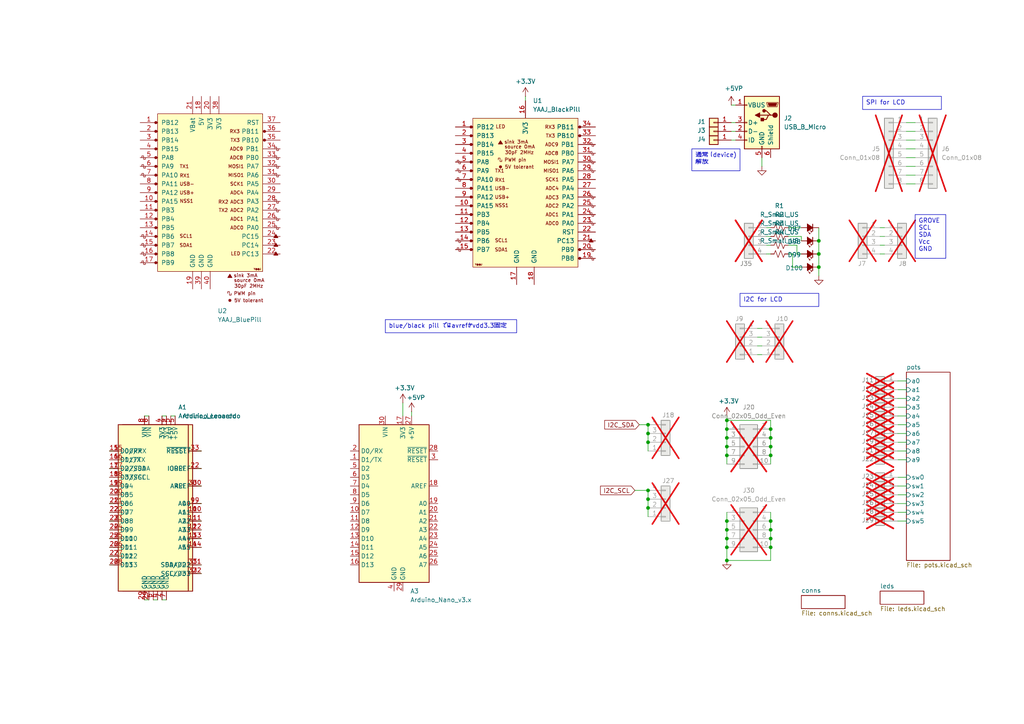
<source format=kicad_sch>
(kicad_sch (version 20250114) (generator "eeschema") (generator_version "9.0")
  (paper "A4")
  (lib_symbols
    (symbol "Connector:USB_B_Micro" (pin_names (offset 1.016))
      (property "Reference" "J" (at -5.08 11.43 0))
      (property "Value" "USB_B_Micro" (at -5.08 8.89 0))
      (symbol "USB_B_Micro_1_1"
        (pin passive line (at -2.54 -10.16 90) (length 2.54) (name "Shield") (number "6"))
        (pin power_out line (at 0 -10.16 90) (length 2.54) (name "GND") (number "5"))
        (pin power_out line (at 7.62 5.08 180) (length 2.54) (name "VBUS") (number "1"))
        (pin bidirectional line (at 7.62 0 180) (length 2.54) (name "D+") (number "3"))
        (pin bidirectional line (at 7.62 -2.54 180) (length 2.54) (name "D-") (number "2"))
        (pin passive line (at 7.62 -5.08 180) (length 2.54) (name "ID") (number "4"))
      )
    )
    (symbol "Connector_Generic:Conn_01x01" (pin_names (offset 1.016) (hide yes))
      (property "Reference" "J" (at 0 2.54 0))
      (property "Value" "Conn_01x01" (at 0 -2.54 0))
      (symbol "Conn_01x01_1_1"
        (pin passive line (at -5.08 0 0) (length 3.81) (name "Pin_1") (number "1"))
      )
    )
    (symbol "Connector_Generic:Conn_01x04" (pin_names (offset 1.016) (hide yes))
      (property "Reference" "J" (at 0 5.08 0))
      (property "Value" "Conn_01x04" (at 0 -7.62 0))
      (symbol "Conn_01x04_1_1"
        (pin passive line (at -5.08 2.54 0) (length 3.81) (name "Pin_1") (number "1"))
        (pin passive line (at -5.08 0 0) (length 3.81) (name "Pin_2") (number "2"))
        (pin passive line (at -5.08 -2.54 0) (length 3.81) (name "Pin_3") (number "3"))
        (pin passive line (at -5.08 -5.08 0) (length 3.81) (name "Pin_4") (number "4"))
      )
    )
    (symbol "Connector_Generic:Conn_01x08" (pin_names (offset 1.016) (hide yes))
      (property "Reference" "J" (at 0 10.16 0))
      (property "Value" "Conn_01x08" (at 0 -12.7 0))
      (symbol "Conn_01x08_1_1"
        (pin passive line (at -5.08 7.62 0) (length 3.81) (name "Pin_1") (number "1"))
        (pin passive line (at -5.08 5.08 0) (length 3.81) (name "Pin_2") (number "2"))
        (pin passive line (at -5.08 2.54 0) (length 3.81) (name "Pin_3") (number "3"))
        (pin passive line (at -5.08 0 0) (length 3.81) (name "Pin_4") (number "4"))
        (pin passive line (at -5.08 -2.54 0) (length 3.81) (name "Pin_5") (number "5"))
        (pin passive line (at -5.08 -5.08 0) (length 3.81) (name "Pin_6") (number "6"))
        (pin passive line (at -5.08 -7.62 0) (length 3.81) (name "Pin_7") (number "7"))
        (pin passive line (at -5.08 -10.16 0) (length 3.81) (name "Pin_8") (number "8"))
      )
    )
    (symbol "Connector_Generic:Conn_02x05_Odd_Even" (pin_names (offset 1.016) (hide yes))
      (property "Reference" "J" (at 1.27 7.62 0))
      (property "Value" "Conn_02x05_Odd_Even" (at 1.27 -7.62 0))
      (symbol "Conn_02x05_Odd_Even_1_1"
        (pin passive line (at -5.08 5.08 0) (length 3.81) (name "Pin_1") (number "1"))
        (pin passive line (at -5.08 2.54 0) (length 3.81) (name "Pin_3") (number "3"))
        (pin passive line (at -5.08 0 0) (length 3.81) (name "Pin_5") (number "5"))
        (pin passive line (at -5.08 -2.54 0) (length 3.81) (name "Pin_7") (number "7"))
        (pin passive line (at -5.08 -5.08 0) (length 3.81) (name "Pin_9") (number "9"))
        (pin passive line (at 7.62 5.08 180) (length 3.81) (name "Pin_2") (number "2"))
        (pin passive line (at 7.62 2.54 180) (length 3.81) (name "Pin_4") (number "4"))
        (pin passive line (at 7.62 0 180) (length 3.81) (name "Pin_6") (number "6"))
        (pin passive line (at 7.62 -2.54 180) (length 3.81) (name "Pin_8") (number "8"))
        (pin passive line (at 7.62 -5.08 180) (length 3.81) (name "Pin_10") (number "10"))
      )
    )
    (symbol "Device:LED_Small_Filled" (pin_numbers (hide yes)) (pin_names (offset 0.254) (hide yes))
      (property "Reference" "D" (at -1.27 3.175 0))
      (property "Value" "LED_Small_Filled" (at -4.445 -2.54 0))
      (symbol "LED_Small_Filled_1_1"
        (pin passive line (at -2.54 0 0) (length 1.778) (name "K") (number "1"))
        (pin passive line (at 2.54 0 180) (length 1.778) (name "A") (number "2"))
      )
    )
    (symbol "Device:R_Small_US" (pin_numbers (hide yes)) (pin_names (offset 0.254) (hide yes))
      (property "Reference" "R" (at 0.762 0.508 0))
      (property "Value" "R_Small_US" (at 0.762 -1.016 0))
      (symbol "R_Small_US_1_1"
        (pin passive line (at 0 2.54 270) (length 1.016) (name "~") (number "1"))
        (pin passive line (at 0 -2.54 90) (length 1.016) (name "~") (number "2"))
      )
    )
    (symbol "MCU_Module:Arduino_Leonardo"
      (property "Reference" "A" (at -10.16 23.495 0))
      (property "Value" "Arduino_Leonardo" (at 5.08 -26.67 0))
      (symbol "Arduino_Leonardo_1_1"
        (pin bidirectional line (at -12.7 15.24 0) (length 2.54) (name "D0/RX") (number "15"))
        (pin bidirectional line (at -12.7 12.7 0) (length 2.54) (name "D1/TX") (number "16"))
        (pin bidirectional line (at -12.7 10.16 0) (length 2.54) (name "D2/SDA") (number "17"))
        (pin bidirectional line (at -12.7 7.62 0) (length 2.54) (name "D3/SCL") (number "18"))
        (pin bidirectional line (at -12.7 5.08 0) (length 2.54) (name "D4") (number "19"))
        (pin bidirectional line (at -12.7 2.54 0) (length 2.54) (name "D5") (number "20"))
        (pin bidirectional line (at -12.7 0 0) (length 2.54) (name "D6") (number "21"))
        (pin bidirectional line (at -12.7 -2.54 0) (length 2.54) (name "D7") (number "22"))
        (pin bidirectional line (at -12.7 -5.08 0) (length 2.54) (name "D8") (number "23"))
        (pin bidirectional line (at -12.7 -7.62 0) (length 2.54) (name "D9") (number "24"))
        (pin bidirectional line (at -12.7 -10.16 0) (length 2.54) (name "D10") (number "25"))
        (pin bidirectional line (at -12.7 -12.7 0) (length 2.54) (name "D11") (number "26"))
        (pin bidirectional line (at -12.7 -15.24 0) (length 2.54) (name "D12") (number "27"))
        (pin bidirectional line (at -12.7 -17.78 0) (length 2.54) (name "D13") (number "28"))
        (pin no_connect line (at -10.16 -20.32 0) (length 2.54) (hide yes) (name "NC") (number "1"))
        (pin power_in line (at -2.54 25.4 270) (length 2.54) (name "VIN") (number "8"))
        (pin power_in line (at -2.54 -27.94 90) (length 2.54) (name "GND") (number "29"))
        (pin power_in line (at 0 -27.94 90) (length 2.54) (name "GND") (number "6"))
        (pin power_out line (at 2.54 25.4 270) (length 2.54) (name "3V3") (number "4"))
        (pin power_in line (at 2.54 -27.94 90) (length 2.54) (name "GND") (number "7"))
        (pin power_out line (at 5.08 25.4 270) (length 2.54) (name "+5V") (number "5"))
        (pin input line (at 12.7 15.24 180) (length 2.54) (name "~{RESET}") (number "3"))
        (pin output line (at 12.7 10.16 180) (length 2.54) (name "IOREF") (number "2"))
        (pin input line (at 12.7 5.08 180) (length 2.54) (name "AREF") (number "30"))
        (pin bidirectional line (at 12.7 0 180) (length 2.54) (name "A0") (number "9"))
        (pin bidirectional line (at 12.7 -2.54 180) (length 2.54) (name "A1") (number "10"))
        (pin bidirectional line (at 12.7 -5.08 180) (length 2.54) (name "A2") (number "11"))
        (pin bidirectional line (at 12.7 -7.62 180) (length 2.54) (name "A3") (number "12"))
        (pin bidirectional line (at 12.7 -10.16 180) (length 2.54) (name "A4") (number "13"))
        (pin bidirectional line (at 12.7 -12.7 180) (length 2.54) (name "A5") (number "14"))
        (pin bidirectional line (at 12.7 -17.78 180) (length 2.54) (name "SDA/D2") (number "31"))
        (pin bidirectional line (at 12.7 -20.32 180) (length 2.54) (name "SCL/D3") (number "32"))
      )
    )
    (symbol "MCU_Module:Arduino_Nano_v3.x"
      (property "Reference" "A" (at -10.16 23.495 0))
      (property "Value" "Arduino_Nano_v3.x" (at 5.08 -24.13 0))
      (symbol "Arduino_Nano_v3.x_1_1"
        (pin bidirectional line (at -12.7 15.24 0) (length 2.54) (name "D0/RX") (number "2"))
        (pin bidirectional line (at -12.7 12.7 0) (length 2.54) (name "D1/TX") (number "1"))
        (pin bidirectional line (at -12.7 10.16 0) (length 2.54) (name "D2") (number "5"))
        (pin bidirectional line (at -12.7 7.62 0) (length 2.54) (name "D3") (number "6"))
        (pin bidirectional line (at -12.7 5.08 0) (length 2.54) (name "D4") (number "7"))
        (pin bidirectional line (at -12.7 2.54 0) (length 2.54) (name "D5") (number "8"))
        (pin bidirectional line (at -12.7 0 0) (length 2.54) (name "D6") (number "9"))
        (pin bidirectional line (at -12.7 -2.54 0) (length 2.54) (name "D7") (number "10"))
        (pin bidirectional line (at -12.7 -5.08 0) (length 2.54) (name "D8") (number "11"))
        (pin bidirectional line (at -12.7 -7.62 0) (length 2.54) (name "D9") (number "12"))
        (pin bidirectional line (at -12.7 -10.16 0) (length 2.54) (name "D10") (number "13"))
        (pin bidirectional line (at -12.7 -12.7 0) (length 2.54) (name "D11") (number "14"))
        (pin bidirectional line (at -12.7 -15.24 0) (length 2.54) (name "D12") (number "15"))
        (pin bidirectional line (at -12.7 -17.78 0) (length 2.54) (name "D13") (number "16"))
        (pin power_in line (at -2.54 25.4 270) (length 2.54) (name "VIN") (number "30"))
        (pin power_in line (at 0 -25.4 90) (length 2.54) (name "GND") (number "4"))
        (pin power_out line (at 2.54 25.4 270) (length 2.54) (name "3V3") (number "17"))
        (pin power_in line (at 2.54 -25.4 90) (length 2.54) (name "GND") (number "29"))
        (pin power_out line (at 5.08 25.4 270) (length 2.54) (name "+5V") (number "27"))
        (pin input line (at 12.7 15.24 180) (length 2.54) (name "~{RESET}") (number "28"))
        (pin input line (at 12.7 12.7 180) (length 2.54) (name "~{RESET}") (number "3"))
        (pin input line (at 12.7 5.08 180) (length 2.54) (name "AREF") (number "18"))
        (pin bidirectional line (at 12.7 0 180) (length 2.54) (name "A0") (number "19"))
        (pin bidirectional line (at 12.7 -2.54 180) (length 2.54) (name "A1") (number "20"))
        (pin bidirectional line (at 12.7 -5.08 180) (length 2.54) (name "A2") (number "21"))
        (pin bidirectional line (at 12.7 -7.62 180) (length 2.54) (name "A3") (number "22"))
        (pin bidirectional line (at 12.7 -10.16 180) (length 2.54) (name "A4") (number "23"))
        (pin bidirectional line (at 12.7 -12.7 180) (length 2.54) (name "A5") (number "24"))
        (pin bidirectional line (at 12.7 -15.24 180) (length 2.54) (name "A6") (number "25"))
        (pin bidirectional line (at 12.7 -17.78 180) (length 2.54) (name "A7") (number "26"))
      )
    )
    (symbol "YAAJ_BlackPill:YAAJ_BlackPill" (pin_names (offset 1.016))
      (property "Reference" "U" (at -12.7 22.86 0))
      (property "Value" "YAAJ_BlackPill" (at 0 -5.08 90))
      (symbol "YAAJ_BlackPill_0_0"
        (text "Y@@J" (at -13.589 -22.098 0) (effects (font (size 0.508 0.508))))
        (text "TX1" (at -7.493 5.08 0) (effects (font (size 0.9906 0.9906))))
        (text "RX1" (at -7.366 2.413 0) (effects (font (size 0.9906 0.9906))))
        (text "LED" (at -7.239 17.907 0) (effects (font (size 0.9906 0.9906))))
        (text "SCL1" (at -6.985 -15.113 0) (effects (font (size 0.9906 0.9906))))
        (text "SDA1" (at -6.985 -17.78 0) (effects (font (size 0.9906 0.9906))))
        (text "NSS1" (at -6.858 -4.953 0) (effects (font (size 0.9906 0.9906))))
        (text "USB-" (at -6.731 0 0) (effects (font (size 0.9906 0.9906))))
        (text "USB+" (at -6.731 -2.54 0) (effects (font (size 0.9906 0.9906))))
        (text "PWM pin" (at -2.921 8.255 0) (effects (font (size 0.9906 0.9906))))
        (text "sink 3mA" (at -2.667 13.462 0) (effects (font (size 0.9906 0.9906))))
        (text "30pF 2MHz" (at -1.778 10.414 0) (effects (font (size 0.9906 0.9906))))
        (text "5V tolerant" (at -1.778 6.223 0) (effects (font (size 0.9906 0.9906))))
        (text "source 0mA" (at -1.651 12.065 0) (effects (font (size 0.9906 0.9906))))
        (text "RX3" (at 7.112 17.78 0) (effects (font (size 0.9906 0.9906))))
        (text "TX3" (at 7.239 15.24 0) (effects (font (size 0.9906 0.9906))))
        (text "MOSI1" (at 7.493 7.62 0) (effects (font (size 0.9906 0.9906))))
        (text "MISO1" (at 7.493 5.08 0) (effects (font (size 0.9906 0.9906))))
        (text "ADC9" (at 7.62 12.7 0) (effects (font (size 0.9906 0.9906))))
        (text "ADC8" (at 7.62 10.16 0) (effects (font (size 0.9906 0.9906))))
        (text "SCK1" (at 7.747 2.54 0) (effects (font (size 0.9906 0.9906))))
        (text "ADC4" (at 7.747 0 0) (effects (font (size 0.9906 0.9906))))
        (text "ADC3" (at 7.747 -2.667 0) (effects (font (size 0.9906 0.9906))))
        (text "ADC2" (at 7.747 -5.08 0) (effects (font (size 0.9906 0.9906))))
        (text "ADC1" (at 7.747 -7.62 0) (effects (font (size 0.9906 0.9906))))
        (text "ADC0" (at 7.747 -10.16 0) (effects (font (size 0.9906 0.9906))))
      )
      (symbol "YAAJ_BlackPill_1_1"
        (pin bidirectional line (at -20.32 17.78 0) (length 5.08) (name "PB12") (number "1"))
        (pin bidirectional line (at -20.32 15.24 0) (length 5.08) (name "PB13") (number "2"))
        (pin bidirectional line (at -20.32 12.7 0) (length 5.08) (name "PB14") (number "3"))
        (pin bidirectional line (at -20.32 10.16 0) (length 5.08) (name "PB15") (number "4"))
        (pin bidirectional line (at -20.32 7.62 0) (length 5.08) (name "PA8") (number "5"))
        (pin bidirectional line (at -20.32 5.08 0) (length 5.08) (name "PA9") (number "6"))
        (pin bidirectional line (at -20.32 2.54 0) (length 5.08) (name "PA10") (number "7"))
        (pin bidirectional line (at -20.32 0 0) (length 5.08) (name "PA11") (number "8"))
        (pin bidirectional line (at -20.32 -2.54 0) (length 5.08) (name "PA12") (number "9"))
        (pin bidirectional line (at -20.32 -5.08 0) (length 5.08) (name "PA15") (number "10"))
        (pin bidirectional line (at -20.32 -7.62 0) (length 5.08) (name "PB3") (number "11"))
        (pin bidirectional line (at -20.32 -10.16 0) (length 5.08) (name "PB4") (number "12"))
        (pin bidirectional line (at -20.32 -12.7 0) (length 5.08) (name "PB5") (number "13"))
        (pin bidirectional line (at -20.32 -15.24 0) (length 5.08) (name "PB6") (number "14"))
        (pin bidirectional line (at -20.32 -17.78 0) (length 5.08) (name "PB7") (number "15"))
        (pin power_in line (at -2.54 -27.94 90) (length 5.08) (name "GND") (number "17"))
        (pin power_in line (at 0 25.4 270) (length 5.08) (name "3V3") (number "16"))
        (pin power_in line (at 2.54 -27.94 90) (length 5.08) (name "GND") (number "18"))
        (pin bidirectional line (at 20.32 17.78 180) (length 5.08) (name "PB11") (number "34"))
        (pin bidirectional line (at 20.32 15.24 180) (length 5.08) (name "PB10") (number "33"))
        (pin bidirectional line (at 20.32 12.7 180) (length 5.08) (name "PB1") (number "32"))
        (pin bidirectional line (at 20.32 10.16 180) (length 5.08) (name "PB0") (number "31"))
        (pin bidirectional line (at 20.32 7.62 180) (length 5.08) (name "PA7") (number "30"))
        (pin bidirectional line (at 20.32 5.08 180) (length 5.08) (name "PA6") (number "29"))
        (pin bidirectional line (at 20.32 2.54 180) (length 5.08) (name "PA5") (number "28"))
        (pin bidirectional line (at 20.32 0 180) (length 5.08) (name "PA4") (number "27"))
        (pin bidirectional line (at 20.32 -2.54 180) (length 5.08) (name "PA3") (number "26"))
        (pin bidirectional line (at 20.32 -5.08 180) (length 5.08) (name "PA2") (number "25"))
        (pin bidirectional line (at 20.32 -7.62 180) (length 5.08) (name "PA1") (number "24"))
        (pin bidirectional line (at 20.32 -10.16 180) (length 5.08) (name "PA0") (number "23"))
        (pin input line (at 20.32 -12.7 180) (length 5.08) (name "RST") (number "22"))
        (pin bidirectional line (at 20.32 -15.24 180) (length 5.08) (name "PC13") (number "21"))
        (pin bidirectional line (at 20.32 -17.78 180) (length 5.08) (name "PB9") (number "20"))
        (pin bidirectional line (at 20.32 -20.32 180) (length 5.08) (name "PB8") (number "19"))
      )
    )
    (symbol "YAAJ_BluePill:YAAJ_BluePill" (pin_names (offset 1.016))
      (property "Reference" "U" (at -13.97 24.13 0))
      (property "Value" "YAAJ_BluePill" (at 0 6.35 90))
      (symbol "YAAJ_BluePill_0_0"
        (text "TX1" (at -7.493 7.62 0) (effects (font (size 0.9906 0.9906))))
        (text "RX1" (at -7.366 4.953 0) (effects (font (size 0.9906 0.9906))))
        (text "SCL1" (at -6.985 -12.573 0) (effects (font (size 0.9906 0.9906))))
        (text "SDA1" (at -6.985 -15.24 0) (effects (font (size 0.9906 0.9906))))
        (text "NSS1" (at -6.858 -2.413 0) (effects (font (size 0.9906 0.9906))))
        (text "USB-" (at -6.731 2.54 0) (effects (font (size 0.9906 0.9906))))
        (text "USB+" (at -6.731 0 0) (effects (font (size 0.9906 0.9906))))
        (text "RX2" (at 3.81 -2.667 0) (effects (font (size 0.9906 0.9906))))
        (text "TX2" (at 3.81 -5.08 0) (effects (font (size 0.9906 0.9906))))
        (text "RX3" (at 7.112 17.78 0) (effects (font (size 0.9906 0.9906))))
        (text "TX3" (at 7.239 15.24 0) (effects (font (size 0.9906 0.9906))))
        (text "LED" (at 7.366 -17.653 0) (effects (font (size 0.9906 0.9906))))
        (text "MOSI1" (at 7.493 7.62 0) (effects (font (size 0.9906 0.9906))))
        (text "MISO1" (at 7.493 5.08 0) (effects (font (size 0.9906 0.9906))))
        (text "ADC9" (at 7.62 12.7 0) (effects (font (size 0.9906 0.9906))))
        (text "ADC8" (at 7.62 10.16 0) (effects (font (size 0.9906 0.9906))))
        (text "SCK1" (at 7.747 2.54 0) (effects (font (size 0.9906 0.9906))))
        (text "ADC4" (at 7.747 0 0) (effects (font (size 0.9906 0.9906))))
        (text "ADC3" (at 7.747 -2.667 0) (effects (font (size 0.9906 0.9906))))
        (text "ADC2" (at 7.747 -5.08 0) (effects (font (size 0.9906 0.9906))))
        (text "ADC1" (at 7.747 -7.62 0) (effects (font (size 0.9906 0.9906))))
        (text "ADC0" (at 7.747 -10.16 0) (effects (font (size 0.9906 0.9906))))
        (text "PWM pin" (at 10.033 -29.21 0) (effects (font (size 0.9906 0.9906))))
        (text "sink 3mA" (at 10.287 -24.003 0) (effects (font (size 0.9906 0.9906))))
        (text "30pF 2MHz" (at 11.176 -27.051 0) (effects (font (size 0.9906 0.9906))))
        (text "5V tolerant" (at 11.176 -31.242 0) (effects (font (size 0.9906 0.9906))))
        (text "source 0mA" (at 11.303 -25.4 0) (effects (font (size 0.9906 0.9906))))
        (text "Y@@J" (at 13.6906 -22.1488 0) (effects (font (size 0.508 0.508))))
      )
      (symbol "YAAJ_BluePill_1_1"
        (pin bidirectional line (at -20.32 20.32 0) (length 5.08) (name "PB12") (number "1"))
        (pin bidirectional line (at -20.32 17.78 0) (length 5.08) (name "PB13") (number "2"))
        (pin bidirectional line (at -20.32 15.24 0) (length 5.08) (name "PB14") (number "3"))
        (pin bidirectional line (at -20.32 12.7 0) (length 5.08) (name "PB15") (number "4"))
        (pin bidirectional line (at -20.32 10.16 0) (length 5.08) (name "PA8") (number "5"))
        (pin bidirectional line (at -20.32 7.62 0) (length 5.08) (name "PA9") (number "6"))
        (pin bidirectional line (at -20.32 5.08 0) (length 5.08) (name "PA10") (number "7"))
        (pin bidirectional line (at -20.32 2.54 0) (length 5.08) (name "PA11") (number "8"))
        (pin bidirectional line (at -20.32 0 0) (length 5.08) (name "PA12") (number "9"))
        (pin bidirectional line (at -20.32 -2.54 0) (length 5.08) (name "PA15") (number "10"))
        (pin bidirectional line (at -20.32 -5.08 0) (length 5.08) (name "PB3") (number "11"))
        (pin bidirectional line (at -20.32 -7.62 0) (length 5.08) (name "PB4") (number "12"))
        (pin bidirectional line (at -20.32 -10.16 0) (length 5.08) (name "PB5") (number "13"))
        (pin bidirectional line (at -20.32 -12.7 0) (length 5.08) (name "PB6") (number "14"))
        (pin bidirectional line (at -20.32 -15.24 0) (length 5.08) (name "PB7") (number "15"))
        (pin bidirectional line (at -20.32 -17.78 0) (length 5.08) (name "PB8") (number "16"))
        (pin bidirectional line (at -20.32 -20.32 0) (length 5.08) (name "PB9") (number "17"))
        (pin power_in line (at -5.08 27.94 270) (length 5.08) (name "VBat") (number "21"))
        (pin power_in line (at -5.08 -27.94 90) (length 5.08) (name "GND") (number "19"))
        (pin power_in line (at -2.54 27.94 270) (length 5.08) (name "5V") (number "18"))
        (pin power_in line (at -2.54 -27.94 90) (length 5.08) (name "GND") (number "39"))
        (pin power_in line (at 0 27.94 270) (length 5.08) (name "3V3") (number "20"))
        (pin power_in line (at 0 -27.94 90) (length 5.08) (name "GND") (number "40"))
        (pin power_in line (at 2.54 27.94 270) (length 5.08) (name "3V3") (number "38"))
        (pin input line (at 20.32 20.32 180) (length 5.08) (name "RST") (number "37"))
        (pin bidirectional line (at 20.32 17.78 180) (length 5.08) (name "PB11") (number "36"))
        (pin bidirectional line (at 20.32 15.24 180) (length 5.08) (name "PB10") (number "35"))
        (pin bidirectional line (at 20.32 12.7 180) (length 5.08) (name "PB1") (number "34"))
        (pin bidirectional line (at 20.32 10.16 180) (length 5.08) (name "PB0") (number "33"))
        (pin bidirectional line (at 20.32 7.62 180) (length 5.08) (name "PA7") (number "32"))
        (pin bidirectional line (at 20.32 5.08 180) (length 5.08) (name "PA6") (number "31"))
        (pin bidirectional line (at 20.32 2.54 180) (length 5.08) (name "PA5") (number "30"))
        (pin bidirectional line (at 20.32 0 180) (length 5.08) (name "PA4") (number "29"))
        (pin bidirectional line (at 20.32 -2.54 180) (length 5.08) (name "PA3") (number "28"))
        (pin bidirectional line (at 20.32 -5.08 180) (length 5.08) (name "PA2") (number "27"))
        (pin bidirectional line (at 20.32 -7.62 180) (length 5.08) (name "PA1") (number "26"))
        (pin bidirectional line (at 20.32 -10.16 180) (length 5.08) (name "PA0") (number "25"))
        (pin bidirectional line (at 20.32 -12.7 180) (length 5.08) (name "PC15") (number "24"))
        (pin bidirectional line (at 20.32 -15.24 180) (length 5.08) (name "PC14") (number "23"))
        (pin bidirectional line (at 20.32 -17.78 180) (length 5.08) (name "PC13") (number "22"))
      )
    )
    (symbol "power:+3.3V" (power) (pin_numbers (hide yes)) (pin_names (offset 0) (hide yes))
      (property "Value" "+3.3V" (at 0 3.556 0))
      (symbol "+3.3V_1_1"
        (pin power_in line (at 0 0 90) (length 0) (name "~") (number "1"))
      )
    )
    (symbol "power:+5VP" (power) (pin_numbers (hide yes)) (pin_names (offset 0) (hide yes))
      (property "Value" "+5VP" (at 0 3.556 0))
      (symbol "+5VP_1_1"
        (pin power_in line (at 0 0 90) (length 0) (name "~") (number "1"))
      )
    )
    (symbol "power:GND" (power) (pin_numbers (hide yes)) (pin_names (offset 0) (hide yes))
      (property "Value" "GND" (at 0 -3.81 0))
      (symbol "GND_1_1"
        (pin power_in line (at 0 0 270) (length 0) (name "~") (number "1"))
      )
    )
  )
  (text_box "I2C for LCD" (at 214.63 85.09 0) (size 22.86 3.81) (margins 0.9525 0.9525 0.9525 0.9525) (effects (font (size 1.27 1.27)) (justify left top)))
  (text_box "通常（device)\n解放" (at 200.66 43.18 0) (size 13.97 6.35) (margins 0.9525 0.9525 0.9525 0.9525) (effects (font (size 1.27 1.27)) (justify left top)))
  (text_box "blue/black pill ではavrefがvdd3.3固定" (at 111.76 92.71 0) (size 38.1 3.81) (margins 0.9525 0.9525 0.9525 0.9525) (effects (font (size 1.27 1.27)) (justify left top)))
  (text_box "GROVE\nSCL\nSDA\nVcc\nGND" (at 265.43 62.23 0) (size 8.89 12.7) (margins 0.9525 0.9525 0.9525 0.9525) (effects (font (size 1.27 1.27)) (justify left top)))
  (text_box "SPI for LCD" (at 250.19 27.94 0) (size 22.86 3.81) (margins 0.9525 0.9525 0.9525 0.9525) (effects (font (size 1.27 1.27)) (justify left top)))
  (junction (at 187.96 128.27))
  (junction (at 187.96 125.73))
  (junction (at 237.49 77.47))
  (junction (at 237.49 73.66))
  (junction (at 210.82 129.54))
  (junction (at 223.52 158.75))
  (junction (at 210.82 156.21))
  (junction (at 210.82 153.67))
  (junction (at 210.82 132.08))
  (junction (at 187.96 144.78))
  (junction (at 223.52 156.21))
  (junction (at 210.82 124.46))
  (junction (at 223.52 151.13))
  (junction (at 223.52 132.08))
  (junction (at 223.52 127))
  (junction (at 187.96 142.24))
  (junction (at 223.52 124.46))
  (junction (at 210.82 162.56))
  (junction (at 223.52 153.67))
  (junction (at 187.96 147.32))
  (junction (at 187.96 123.19))
  (junction (at 223.52 129.54))
  (junction (at 210.82 151.13))
  (junction (at 210.82 158.75))
  (junction (at 210.82 127))
  (junction (at 210.82 121.92))
  (junction (at 237.49 69.85))
  (wire (pts (xy 255.27 71.12) (xy 256.54 71.12)))
  (wire (pts (xy 223.52 151.13) (xy 223.52 153.67)))
  (wire (pts (xy 260.35 140.97) (xy 262.89 140.97)))
  (wire (pts (xy 31.75 158.75) (xy 33.02 158.75)))
  (wire (pts (xy 210.82 120.65) (xy 210.82 121.92)))
  (wire (pts (xy 187.96 147.32) (xy 187.96 149.86)))
  (wire (pts (xy 44.45 173.99) (xy 45.72 173.99)))
  (wire (pts (xy 231.14 73.66) (xy 232.41 73.66)))
  (wire (pts (xy 265.43 45.72) (xy 262.89 45.72)))
  (wire (pts (xy 223.52 156.21) (xy 223.52 158.75)))
  (wire (pts (xy 223.52 132.08) (xy 223.52 134.62)))
  (wire (pts (xy 49.53 120.65) (xy 50.8 120.65)))
  (wire (pts (xy 260.35 148.59) (xy 262.89 148.59)))
  (wire (pts (xy 57.15 163.83) (xy 58.42 163.83)))
  (wire (pts (xy 57.15 135.89) (xy 58.42 135.89)))
  (wire (pts (xy 228.6 73.66) (xy 229.87 73.66)))
  (wire (pts (xy 262.89 113.03) (xy 260.35 113.03)))
  (wire (pts (xy 185.42 123.19) (xy 187.96 123.19)))
  (wire (pts (xy 210.82 121.92) (xy 210.82 124.46)))
  (wire (pts (xy 210.82 148.59) (xy 210.82 151.13)))
  (wire (pts (xy 237.49 77.47) (xy 237.49 80.01)))
  (wire (pts (xy 152.4 27.94) (xy 152.4 29.21)))
  (wire (pts (xy 31.75 143.51) (xy 33.02 143.51)))
  (wire (pts (xy 223.52 121.92) (xy 223.52 124.46)))
  (wire (pts (xy 31.75 153.67) (xy 33.02 153.67)))
  (wire (pts (xy 210.82 121.92) (xy 223.52 121.92)))
  (wire (pts (xy 265.43 48.26) (xy 262.89 48.26)))
  (wire (pts (xy 57.15 151.13) (xy 58.42 151.13)))
  (wire (pts (xy 210.82 127) (xy 210.82 129.54)))
  (wire (pts (xy 232.41 68.58) (xy 232.41 69.85)))
  (wire (pts (xy 223.52 71.12) (xy 222.25 71.12)))
  (wire (pts (xy 41.91 173.99) (xy 43.18 173.99)))
  (wire (pts (xy 229.87 73.66) (xy 229.87 77.47)))
  (wire (pts (xy 210.82 153.67) (xy 210.82 156.21)))
  (wire (pts (xy 262.89 120.65) (xy 260.35 120.65)))
  (wire (pts (xy 187.96 128.27) (xy 187.96 130.81)))
  (wire (pts (xy 31.75 138.43) (xy 33.02 138.43)))
  (wire (pts (xy 260.35 128.27) (xy 262.89 128.27)))
  (wire (pts (xy 223.52 148.59) (xy 223.52 151.13)))
  (wire (pts (xy 229.87 77.47) (xy 232.41 77.47)))
  (wire (pts (xy 31.75 130.81) (xy 33.02 130.81)))
  (wire (pts (xy 265.43 38.1) (xy 262.89 38.1)))
  (wire (pts (xy 187.96 125.73) (xy 187.96 128.27)))
  (wire (pts (xy 210.82 156.21) (xy 210.82 158.75)))
  (wire (pts (xy 220.98 102.87) (xy 219.71 102.87)))
  (wire (pts (xy 210.82 158.75) (xy 210.82 162.56)))
  (wire (pts (xy 57.15 146.05) (xy 58.42 146.05)))
  (wire (pts (xy 212.09 30.48) (xy 213.36 30.48)))
  (wire (pts (xy 57.15 140.97) (xy 58.42 140.97)))
  (wire (pts (xy 46.99 173.99) (xy 48.26 173.99)))
  (wire (pts (xy 187.96 123.19) (xy 187.96 125.73)))
  (wire (pts (xy 212.09 38.1) (xy 213.36 38.1)))
  (wire (pts (xy 223.52 73.66) (xy 222.25 73.66)))
  (wire (pts (xy 237.49 66.04) (xy 237.49 69.85)))
  (wire (pts (xy 212.09 35.56) (xy 213.36 35.56)))
  (wire (pts (xy 223.52 153.67) (xy 223.52 156.21)))
  (wire (pts (xy 41.91 120.65) (xy 43.18 120.65)))
  (wire (pts (xy 260.35 123.19) (xy 262.89 123.19)))
  (wire (pts (xy 262.89 133.35) (xy 260.35 133.35)))
  (wire (pts (xy 116.84 116.84) (xy 116.84 120.65)))
  (wire (pts (xy 210.82 162.56) (xy 223.52 162.56)))
  (wire (pts (xy 262.89 130.81) (xy 260.35 130.81)))
  (wire (pts (xy 31.75 140.97) (xy 33.02 140.97)))
  (wire (pts (xy 223.52 124.46) (xy 223.52 127)))
  (wire (pts (xy 57.15 148.59) (xy 58.42 148.59)))
  (wire (pts (xy 212.09 40.64) (xy 213.36 40.64)))
  (wire (pts (xy 223.52 68.58) (xy 222.25 68.58)))
  (wire (pts (xy 265.43 40.64) (xy 262.89 40.64)))
  (wire (pts (xy 223.52 158.75) (xy 223.52 162.56)))
  (wire (pts (xy 260.35 146.05) (xy 262.89 146.05)))
  (wire (pts (xy 223.52 129.54) (xy 223.52 132.08)))
  (wire (pts (xy 57.15 158.75) (xy 58.42 158.75)))
  (wire (pts (xy 210.82 129.54) (xy 210.82 132.08)))
  (wire (pts (xy 262.89 115.57) (xy 260.35 115.57)))
  (wire (pts (xy 265.43 53.34) (xy 262.89 53.34)))
  (wire (pts (xy 265.43 35.56) (xy 262.89 35.56)))
  (wire (pts (xy 57.15 156.21) (xy 58.42 156.21)))
  (wire (pts (xy 228.6 68.58) (xy 232.41 68.58)))
  (wire (pts (xy 46.99 120.65) (xy 48.26 120.65)))
  (wire (pts (xy 187.96 142.24) (xy 187.96 144.78)))
  (wire (pts (xy 255.27 73.66) (xy 256.54 73.66)))
  (wire (pts (xy 260.35 138.43) (xy 262.89 138.43)))
  (wire (pts (xy 119.38 119.38) (xy 119.38 120.65)))
  (wire (pts (xy 262.89 118.11) (xy 260.35 118.11)))
  (wire (pts (xy 265.43 43.18) (xy 262.89 43.18)))
  (wire (pts (xy 210.82 151.13) (xy 210.82 153.67)))
  (wire (pts (xy 220.98 95.25) (xy 219.71 95.25)))
  (wire (pts (xy 31.75 146.05) (xy 33.02 146.05)))
  (wire (pts (xy 57.15 130.81) (xy 58.42 130.81)))
  (wire (pts (xy 237.49 77.47) (xy 237.49 73.66)))
  (wire (pts (xy 210.82 132.08) (xy 210.82 134.62)))
  (wire (pts (xy 31.75 133.35) (xy 33.02 133.35)))
  (wire (pts (xy 31.75 161.29) (xy 33.02 161.29)))
  (wire (pts (xy 31.75 156.21) (xy 33.02 156.21)))
  (wire (pts (xy 255.27 68.58) (xy 256.54 68.58)))
  (wire (pts (xy 220.98 100.33) (xy 219.71 100.33)))
  (wire (pts (xy 262.89 110.49) (xy 260.35 110.49)))
  (wire (pts (xy 265.43 50.8) (xy 262.89 50.8)))
  (wire (pts (xy 228.6 71.12) (xy 231.14 71.12)))
  (wire (pts (xy 31.75 163.83) (xy 33.02 163.83)))
  (wire (pts (xy 31.75 151.13) (xy 33.02 151.13)))
  (wire (pts (xy 237.49 73.66) (xy 237.49 69.85)))
  (wire (pts (xy 31.75 135.89) (xy 33.02 135.89)))
  (wire (pts (xy 184.15 142.24) (xy 187.96 142.24)))
  (wire (pts (xy 260.35 151.13) (xy 262.89 151.13)))
  (wire (pts (xy 57.15 166.37) (xy 58.42 166.37)))
  (wire (pts (xy 223.52 127) (xy 223.52 129.54)))
  (wire (pts (xy 31.75 148.59) (xy 33.02 148.59)))
  (wire (pts (xy 255.27 66.04) (xy 256.54 66.04)))
  (wire (pts (xy 223.52 66.04) (xy 222.25 66.04)))
  (wire (pts (xy 260.35 143.51) (xy 262.89 143.51)))
  (wire (pts (xy 260.35 125.73) (xy 262.89 125.73)))
  (wire (pts (xy 210.82 124.46) (xy 210.82 127)))
  (wire (pts (xy 220.98 45.72) (xy 220.98 48.26)))
  (wire (pts (xy 220.98 97.79) (xy 219.71 97.79)))
  (wire (pts (xy 228.6 66.04) (xy 232.41 66.04)))
  (wire (pts (xy 231.14 71.12) (xy 231.14 73.66)))
  (wire (pts (xy 57.15 153.67) (xy 58.42 153.67)))
  (wire (pts (xy 187.96 144.78) (xy 187.96 147.32)))
  (global_label "I2C_SCL" (shape input) (at 184.15 142.24 180) (property "Intersheetrefs" "${INTERSHEET_REFS}" (effects (hide yes))))
  (global_label "I2C_SDA" (shape input) (at 185.42 123.19 180) (property "Intersheetrefs" "${INTERSHEET_REFS}" (effects (hide yes))))
  (symbol (lib_id "MCU_Module:Arduino_Nano_v3.x") (at 114.3 146.05 0) (unit 1)
    (property "Reference" "A3" (at 118.9833 171.45 0) (effects (justify left)))
    (property "Value" "Arduino_Nano_v3.x" (at 118.9833 173.99 0) (effects (justify left)))
    (property "Footprint" "Module:Arduino_Nano" (effects (hide yes)))
    (property "Datasheet" "http://www.mouser.com/pdfdocs/Gravitech_Arduino_Nano3_0.pdf" (effects (hide yes)))
    (property "Description" "Arduino Nano v3.x" (effects (hide yes)))
  )
  (symbol (lib_id "Connector_Generic:Conn_02x05_Odd_Even") (at 215.9 129.54 0) (unit 1) (dnp yes)
    (property "Reference" "J20" (at 217.17 118.11 0))
    (property "Value" "Conn_02x05_Odd_Even" (at 217.17 120.65 0))
    (property "Footprint" "Connector_PinHeader_2.54mm:PinHeader_2x05_P2.54mm_Vertical" (effects (hide yes)))
    (property "Description" "Generic connector, double row, 02x05, odd/even pin numbering scheme (row 1 odd numbers, row 2 even numbers), script generated (kicad-library-utils/schlib/autogen/connector/)" (effects (hide yes)))
  )
  (symbol (lib_id "Device:R_Small_US") (at 226.06 66.04 90) (unit 1)
    (property "Reference" "R1" (at 226.06 59.69 90))
    (property "Value" "R_Small_US" (at 226.06 62.23 90))
    (property "Footprint" "Resistor_SMD:R_0402_1005Metric_Pad0.72x0.64mm_HandSolder" (effects (hide yes)))
    (property "Description" "Resistor, small US symbol" (effects (hide yes)))
  )
  (symbol (lib_id "Connector_Generic:Conn_01x01") (at 255.27 151.13 0) (mirror y) (unit 1) (dnp yes)
    (property "Reference" "J29" (at 251.714 150.876 0))
    (property "Value" "Conn_01x01" (effects (hide yes)))
    (property "Footprint" "Connector_PinSocket_2.54mm:PinSocket_1x01_P2.54mm_Vertical" (effects (hide yes)))
    (property "Description" "Generic connector, single row, 01x01, script generated (kicad-library-utils/schlib/autogen/connector/)" (effects (hide yes)))
  )
  (symbol (lib_id "Connector_Generic:Conn_01x01") (at 255.27 118.11 0) (mirror y) (unit 1) (dnp yes)
    (property "Reference" "J14" (at 251.714 117.856 0))
    (property "Value" "Conn_01x01" (effects (hide yes)))
    (property "Footprint" "Connector_PinSocket_2.54mm:PinSocket_1x01_P2.54mm_Vertical" (effects (hide yes)))
    (property "Description" "Generic connector, single row, 01x01, script generated (kicad-library-utils/schlib/autogen/connector/)" (effects (hide yes)))
  )
  (symbol (lib_id "Connector_Generic:Conn_01x04") (at 217.17 68.58 0) (mirror y) (unit 1) (dnp yes)
    (property "Reference" "J35" (at 218.186 76.454 0) (effects (justify left)))
    (property "Value" "Conn_01x04" (effects (hide yes)))
    (property "Footprint" "Connector_PinSocket_2.54mm:PinSocket_1x04_P2.54mm_Vertical" (effects (hide yes)))
    (property "Description" "Generic connector, single row, 01x04, script generated (kicad-library-utils/schlib/autogen/connector/)" (effects (hide yes)))
  )
  (symbol (lib_id "Connector:USB_B_Micro") (at 220.98 35.56 0) (mirror y) (unit 1)
    (property "Reference" "J2" (at 227.33 34.2899 0) (effects (justify right)))
    (property "Value" "USB_B_Micro" (at 227.33 36.8299 0) (effects (justify right)))
    (property "Footprint" "Connector_USB:USB_Micro-B_Molex-105017-0001" (effects (hide yes)))
    (property "Description" "USB Micro Type B connector" (effects (hide yes)))
  )
  (symbol (lib_id "Connector_Generic:Conn_01x04") (at 193.04 147.32 0) (mirror x) (unit 1) (dnp yes)
    (property "Reference" "J27" (at 192.024 139.446 0) (effects (justify left)))
    (property "Value" "Conn_01x04" (effects (hide yes)))
    (property "Footprint" "Connector_PinSocket_2.54mm:PinSocket_1x04_P2.54mm_Vertical" (effects (hide yes)))
    (property "Description" "Generic connector, single row, 01x04, script generated (kicad-library-utils/schlib/autogen/connector/)" (effects (hide yes)))
  )
  (symbol (lib_id "Connector_Generic:Conn_01x01") (at 255.27 143.51 0) (mirror y) (unit 1) (dnp yes)
    (property "Reference" "J25" (at 251.714 143.256 0))
    (property "Value" "Conn_01x01" (effects (hide yes)))
    (property "Footprint" "Connector_PinSocket_2.54mm:PinSocket_1x01_P2.54mm_Vertical" (effects (hide yes)))
    (property "Description" "Generic connector, single row, 01x01, script generated (kicad-library-utils/schlib/autogen/connector/)" (effects (hide yes)))
  )
  (symbol (lib_id "Connector_Generic:Conn_01x04") (at 250.19 68.58 0) (mirror y) (unit 1) (dnp yes)
    (property "Reference" "J7" (at 251.206 76.454 0) (effects (justify left)))
    (property "Value" "Conn_01x04" (effects (hide yes)))
    (property "Footprint" "Connector_PinSocket_2.54mm:PinSocket_1x04_P2.54mm_Vertical" (effects (hide yes)))
    (property "Description" "Generic connector, single row, 01x04, script generated (kicad-library-utils/schlib/autogen/connector/)" (effects (hide yes)))
  )
  (symbol (lib_id "Connector_Generic:Conn_01x01") (at 255.27 128.27 0) (mirror y) (unit 1) (dnp yes)
    (property "Reference" "J19" (at 251.714 128.016 0))
    (property "Value" "Conn_01x01" (effects (hide yes)))
    (property "Footprint" "Connector_PinSocket_2.54mm:PinSocket_1x01_P2.54mm_Vertical" (effects (hide yes)))
    (property "Description" "Generic connector, single row, 01x01, script generated (kicad-library-utils/schlib/autogen/connector/)" (effects (hide yes)))
  )
  (symbol (lib_id "Device:R_Small_US") (at 226.06 68.58 90) (unit 1)
    (property "Reference" "R2" (at 226.06 62.23 90))
    (property "Value" "R_Small_US" (at 226.06 64.77 90))
    (property "Footprint" "Resistor_SMD:R_0402_1005Metric_Pad0.72x0.64mm_HandSolder" (effects (hide yes)))
    (property "Description" "Resistor, small US symbol" (effects (hide yes)))
  )
  (symbol (lib_id "power:+3.3V") (at 210.82 120.65 0) (unit 1)
    (property "Reference" "#PWR06" (effects (hide yes)))
    (property "Value" "+3.3V" (at 211.328 116.332 0))
    (property "Description" "Power symbol creates a global label with name \"+3.3V\"" (effects (hide yes)))
  )
  (symbol (lib_id "power:GND") (at 210.82 162.56 0) (unit 1)
    (property "Reference" "#PWR07" (effects (hide yes)))
    (property "Value" "GND" (effects (hide yes)))
    (property "Description" "Power symbol creates a global label with name \"GND\" , ground" (effects (hide yes)))
  )
  (symbol (lib_id "power:+3.3V") (at 152.4 27.94 0) (unit 1)
    (property "Reference" "#PWR01" (effects (hide yes)))
    (property "Value" "+3.3V" (at 152.4 23.622 0))
    (property "Description" "Power symbol creates a global label with name \"+3.3V\"" (effects (hide yes)))
  )
  (symbol (lib_id "Connector_Generic:Conn_01x08") (at 270.51 43.18 0) (unit 1) (dnp yes)
    (property "Reference" "J6" (at 273.05 43.1799 0) (effects (justify left)))
    (property "Value" "Conn_01x08" (at 273.05 45.7199 0) (effects (justify left)))
    (property "Footprint" "Connector_PinHeader_2.54mm:PinHeader_1x08_P2.54mm_Vertical" (effects (hide yes)))
    (property "Description" "Generic connector, single row, 01x08, script generated (kicad-library-utils/schlib/autogen/connector/)" (effects (hide yes)))
  )
  (symbol (lib_id "Connector_Generic:Conn_01x01") (at 255.27 110.49 0) (mirror y) (unit 1) (dnp yes)
    (property "Reference" "J11" (at 251.714 110.236 0))
    (property "Value" "Conn_01x01" (effects (hide yes)))
    (property "Footprint" "Connector_PinSocket_2.54mm:PinSocket_1x01_P2.54mm_Vertical" (effects (hide yes)))
    (property "Description" "Generic connector, single row, 01x01, script generated (kicad-library-utils/schlib/autogen/connector/)" (effects (hide yes)))
  )
  (symbol (lib_id "power:+5VP") (at 212.09 30.48 0) (unit 1)
    (property "Reference" "#PWR02" (effects (hide yes)))
    (property "Value" "+5VP" (at 212.852 25.654 0))
    (property "Description" "Power symbol creates a global label with name \"+5VP\"" (effects (hide yes)))
  )
  (symbol (lib_id "Connector_Generic:Conn_01x01") (at 255.27 120.65 0) (mirror y) (unit 1) (dnp yes)
    (property "Reference" "J15" (at 251.714 120.396 0))
    (property "Value" "Conn_01x01" (effects (hide yes)))
    (property "Footprint" "Connector_PinSocket_2.54mm:PinSocket_1x01_P2.54mm_Vertical" (effects (hide yes)))
    (property "Description" "Generic connector, single row, 01x01, script generated (kicad-library-utils/schlib/autogen/connector/)" (effects (hide yes)))
  )
  (symbol (lib_id "Connector_Generic:Conn_01x01") (at 255.27 133.35 0) (mirror y) (unit 1) (dnp yes)
    (property "Reference" "J22" (at 251.714 133.096 0))
    (property "Value" "Conn_01x01" (effects (hide yes)))
    (property "Footprint" "Connector_PinSocket_2.54mm:PinSocket_1x01_P2.54mm_Vertical" (effects (hide yes)))
    (property "Description" "Generic connector, single row, 01x01, script generated (kicad-library-utils/schlib/autogen/connector/)" (effects (hide yes)))
  )
  (symbol (lib_id "Connector_Generic:Conn_01x04") (at 193.04 128.27 0) (mirror x) (unit 1) (dnp yes)
    (property "Reference" "J18" (at 192.024 120.396 0) (effects (justify left)))
    (property "Value" "Conn_01x04" (effects (hide yes)))
    (property "Footprint" "Connector_PinSocket_2.54mm:PinSocket_1x04_P2.54mm_Vertical" (effects (hide yes)))
    (property "Description" "Generic connector, single row, 01x04, script generated (kicad-library-utils/schlib/autogen/connector/)" (effects (hide yes)))
  )
  (symbol (lib_id "Connector_Generic:Conn_01x01") (at 255.27 146.05 0) (mirror y) (unit 1) (dnp yes)
    (property "Reference" "J26" (at 251.714 145.796 0))
    (property "Value" "Conn_01x01" (effects (hide yes)))
    (property "Footprint" "Connector_PinSocket_2.54mm:PinSocket_1x01_P2.54mm_Vertical" (effects (hide yes)))
    (property "Description" "Generic connector, single row, 01x01, script generated (kicad-library-utils/schlib/autogen/connector/)" (effects (hide yes)))
  )
  (symbol (lib_id "Connector_Generic:Conn_01x01") (at 255.27 130.81 0) (mirror y) (unit 1) (dnp yes)
    (property "Reference" "J21" (at 251.714 130.556 0))
    (property "Value" "Conn_01x01" (effects (hide yes)))
    (property "Footprint" "Connector_PinSocket_2.54mm:PinSocket_1x01_P2.54mm_Vertical" (effects (hide yes)))
    (property "Description" "Generic connector, single row, 01x01, script generated (kicad-library-utils/schlib/autogen/connector/)" (effects (hide yes)))
  )
  (symbol (lib_id "Device:R_Small_US") (at 226.06 71.12 90) (unit 1)
    (property "Reference" "R3" (at 226.06 64.77 90))
    (property "Value" "R_Small_US" (at 226.06 67.31 90))
    (property "Footprint" "Resistor_SMD:R_0402_1005Metric_Pad0.72x0.64mm_HandSolder" (effects (hide yes)))
    (property "Description" "Resistor, small US symbol" (effects (hide yes)))
  )
  (symbol (lib_id "Connector_Generic:Conn_01x04") (at 214.63 100.33 180) (unit 1) (dnp yes)
    (property "Reference" "J9" (at 215.646 92.456 0) (effects (justify left)))
    (property "Value" "Conn_01x04" (effects (hide yes)))
    (property "Footprint" "Connector_PinSocket_2.54mm:PinSocket_1x04_P2.54mm_Vertical" (effects (hide yes)))
    (property "Description" "Generic connector, single row, 01x04, script generated (kicad-library-utils/schlib/autogen/connector/)" (effects (hide yes)))
  )
  (symbol (lib_id "Device:LED_Small_Filled") (at 234.95 69.85 180) (unit 1)
    (property "Reference" "D98" (at 230.378 70.104 0))
    (property "Value" "LED_Small_Filled" (effects (hide yes)))
    (property "Footprint" "LED_SMD:LED_0603_1608Metric_Pad1.05x0.95mm_HandSolder" (effects (hide yes)))
    (property "Description" "Light emitting diode, small symbol, filled shape" (effects (hide yes)))
    (property "Sim.Pins" "1=K 2=A" (effects (hide yes)))
  )
  (symbol (lib_id "power:+3.3V") (at 116.84 116.84 0) (unit 1)
    (property "Reference" "#PWR04" (effects (hide yes)))
    (property "Value" "+3.3V" (at 117.348 112.522 0))
    (property "Description" "Power symbol creates a global label with name \"+3.3V\"" (effects (hide yes)))
  )
  (symbol (lib_id "MCU_Module:Arduino_Leonardo") (at 44.45 146.05 0) (unit 1)
    (property "Reference" "A1" (at 51.6733 118.11 0) (effects (justify left)))
    (property "Value" "Arduino_Leonardo" (at 51.6733 120.65 0) (effects (justify left)))
    (property "Footprint" "Module:Arduino_UNO_R3" (effects (hide yes)))
    (property "Datasheet" "https://www.arduino.cc/en/Main/ArduinoBoardLeonardo" (effects (hide yes)))
    (property "Description" "Arduino LEONARDO Microcontroller Module" (effects (hide yes)))
  )
  (symbol (lib_id "YAAJ_BlackPill:YAAJ_BlackPill") (at 152.4 54.61 0) (unit 1)
    (property "Reference" "U1" (at 154.5433 29.21 0) (effects (justify left)))
    (property "Value" "YAAJ_BlackPill" (at 154.5433 31.75 0) (effects (justify left)))
    (property "Footprint" "libs:YAAJ_BlackPill_1" (effects (hide yes)))
    (property "Description" "STM32 Blue Pill ; KLC compliant" (effects (hide yes)))
  )
  (symbol (lib_id "Connector_Generic:Conn_01x01") (at 207.01 40.64 0) (mirror y) (unit 1)
    (property "Reference" "J4" (at 203.454 40.386 0))
    (property "Value" "Conn_01x01" (effects (hide yes)))
    (property "Footprint" "Connector_PinSocket_2.54mm:PinSocket_1x01_P2.54mm_Vertical" (effects (hide yes)))
    (property "Description" "Generic connector, single row, 01x01, script generated (kicad-library-utils/schlib/autogen/connector/)" (effects (hide yes)))
  )
  (symbol (lib_id "power:GND") (at 220.98 48.26 0) (unit 1)
    (property "Reference" "#PWR03" (effects (hide yes)))
    (property "Value" "GND" (effects (hide yes)))
    (property "Description" "Power symbol creates a global label with name \"GND\" , ground" (effects (hide yes)))
  )
  (symbol (lib_id "Connector_Generic:Conn_01x01") (at 255.27 138.43 0) (mirror y) (unit 1) (dnp yes)
    (property "Reference" "J23" (at 251.714 138.176 0))
    (property "Value" "Conn_01x01" (effects (hide yes)))
    (property "Footprint" "Connector_PinSocket_2.54mm:PinSocket_1x01_P2.54mm_Vertical" (effects (hide yes)))
    (property "Description" "Generic connector, single row, 01x01, script generated (kicad-library-utils/schlib/autogen/connector/)" (effects (hide yes)))
  )
  (symbol (lib_id "Connector_Generic:Conn_01x01") (at 207.01 35.56 0) (mirror y) (unit 1)
    (property "Reference" "J1" (at 203.454 35.306 0))
    (property "Value" "Conn_01x01" (effects (hide yes)))
    (property "Footprint" "Connector_PinSocket_2.54mm:PinSocket_1x01_P2.54mm_Vertical" (effects (hide yes)))
    (property "Description" "Generic connector, single row, 01x01, script generated (kicad-library-utils/schlib/autogen/connector/)" (effects (hide yes)))
  )
  (symbol (lib_id "Device:R_Small_US") (at 226.06 73.66 90) (unit 1)
    (property "Reference" "R4" (at 226.06 67.31 90))
    (property "Value" "R_Small_US" (at 226.06 69.85 90))
    (property "Footprint" "Resistor_SMD:R_0402_1005Metric_Pad0.72x0.64mm_HandSolder" (effects (hide yes)))
    (property "Description" "Resistor, small US symbol" (effects (hide yes)))
  )
  (symbol (lib_id "MCU_Module:Arduino_Leonardo") (at 45.72 146.05 0) (unit 1)
    (property "Reference" "A2" (effects (hide yes)))
    (property "Value" "Arduino_Leonardo" (at 52.9433 120.65 0) (effects (justify left)))
    (property "Footprint" "Module:Arduino_UNO_R3" (effects (hide yes)))
    (property "Datasheet" "https://www.arduino.cc/en/Main/ArduinoBoardLeonardo" (effects (hide yes)))
    (property "Description" "Arduino LEONARDO Microcontroller Module" (effects (hide yes)))
  )
  (symbol (lib_id "Device:LED_Small_Filled") (at 234.95 73.66 180) (unit 1)
    (property "Reference" "D99" (at 230.378 73.914 0))
    (property "Value" "LED_Small_Filled" (effects (hide yes)))
    (property "Footprint" "LED_SMD:LED_0603_1608Metric_Pad1.05x0.95mm_HandSolder" (effects (hide yes)))
    (property "Description" "Light emitting diode, small symbol, filled shape" (effects (hide yes)))
    (property "Sim.Pins" "1=K 2=A" (effects (hide yes)))
  )
  (symbol (lib_id "power:+5VP") (at 119.38 119.38 0) (unit 1)
    (property "Reference" "#PWR05" (effects (hide yes)))
    (property "Value" "+5VP" (at 120.65 115.316 0))
    (property "Description" "Power symbol creates a global label with name \"+5VP\"" (effects (hide yes)))
  )
  (symbol (lib_id "Device:LED_Small_Filled") (at 234.95 66.04 180) (unit 1)
    (property "Reference" "D97" (at 230.378 66.294 0))
    (property "Value" "LED_Small_Filled" (effects (hide yes)))
    (property "Footprint" "LED_SMD:LED_0603_1608Metric_Pad1.05x0.95mm_HandSolder" (effects (hide yes)))
    (property "Description" "Light emitting diode, small symbol, filled shape" (effects (hide yes)))
    (property "Sim.Pins" "1=K 2=A" (effects (hide yes)))
  )
  (symbol (lib_id "Connector_Generic:Conn_01x08") (at 257.81 43.18 0) (mirror y) (unit 1) (dnp yes)
    (property "Reference" "J5" (at 255.27 43.1799 0) (effects (justify left)))
    (property "Value" "Conn_01x08" (at 255.27 45.7199 0) (effects (justify left)))
    (property "Footprint" "Connector_PinHeader_2.54mm:PinHeader_1x08_P2.54mm_Vertical" (effects (hide yes)))
    (property "Description" "Generic connector, single row, 01x08, script generated (kicad-library-utils/schlib/autogen/connector/)" (effects (hide yes)))
  )
  (symbol (lib_id "Device:LED_Small_Filled") (at 234.95 77.47 180) (unit 1)
    (property "Reference" "D100" (at 230.378 77.724 0))
    (property "Value" "LED_Small_Filled" (effects (hide yes)))
    (property "Footprint" "LED_SMD:LED_0603_1608Metric_Pad1.05x0.95mm_HandSolder" (effects (hide yes)))
    (property "Description" "Light emitting diode, small symbol, filled shape" (effects (hide yes)))
    (property "Sim.Pins" "1=K 2=A" (effects (hide yes)))
  )
  (symbol (lib_id "Connector_Generic:Conn_01x01") (at 255.27 113.03 0) (mirror y) (unit 1) (dnp yes)
    (property "Reference" "J12" (at 251.714 112.776 0))
    (property "Value" "Conn_01x01" (effects (hide yes)))
    (property "Footprint" "Connector_PinSocket_2.54mm:PinSocket_1x01_P2.54mm_Vertical" (effects (hide yes)))
    (property "Description" "Generic connector, single row, 01x01, script generated (kicad-library-utils/schlib/autogen/connector/)" (effects (hide yes)))
  )
  (symbol (lib_id "Connector_Generic:Conn_01x01") (at 255.27 148.59 0) (mirror y) (unit 1) (dnp yes)
    (property "Reference" "J28" (at 251.714 148.336 0))
    (property "Value" "Conn_01x01" (effects (hide yes)))
    (property "Footprint" "Connector_PinSocket_2.54mm:PinSocket_1x01_P2.54mm_Vertical" (effects (hide yes)))
    (property "Description" "Generic connector, single row, 01x01, script generated (kicad-library-utils/schlib/autogen/connector/)" (effects (hide yes)))
  )
  (symbol (lib_id "Connector_Generic:Conn_02x05_Odd_Even") (at 215.9 153.67 0) (unit 1) (dnp yes)
    (property "Reference" "J30" (at 217.17 142.24 0))
    (property "Value" "Conn_02x05_Odd_Even" (at 217.17 144.78 0))
    (property "Footprint" "Connector_PinHeader_2.54mm:PinHeader_2x05_P2.54mm_Vertical" (effects (hide yes)))
    (property "Description" "Generic connector, double row, 02x05, odd/even pin numbering scheme (row 1 odd numbers, row 2 even numbers), script generated (kicad-library-utils/schlib/autogen/connector/)" (effects (hide yes)))
  )
  (symbol (lib_id "Connector_Generic:Conn_01x01") (at 207.01 38.1 0) (mirror y) (unit 1)
    (property "Reference" "J3" (at 203.454 37.846 0))
    (property "Value" "Conn_01x01" (effects (hide yes)))
    (property "Footprint" "Connector_PinSocket_2.54mm:PinSocket_1x01_P2.54mm_Vertical" (effects (hide yes)))
    (property "Description" "Generic connector, single row, 01x01, script generated (kicad-library-utils/schlib/autogen/connector/)" (effects (hide yes)))
  )
  (symbol (lib_id "Connector_Generic:Conn_01x01") (at 255.27 140.97 0) (mirror y) (unit 1) (dnp yes)
    (property "Reference" "J24" (at 251.714 140.716 0))
    (property "Value" "Conn_01x01" (effects (hide yes)))
    (property "Footprint" "Connector_PinSocket_2.54mm:PinSocket_1x01_P2.54mm_Vertical" (effects (hide yes)))
    (property "Description" "Generic connector, single row, 01x01, script generated (kicad-library-utils/schlib/autogen/connector/)" (effects (hide yes)))
  )
  (symbol (lib_id "Connector_Generic:Conn_01x01") (at 255.27 123.19 0) (mirror y) (unit 1) (dnp yes)
    (property "Reference" "J16" (at 251.714 122.936 0))
    (property "Value" "Conn_01x01" (effects (hide yes)))
    (property "Footprint" "Connector_PinSocket_2.54mm:PinSocket_1x01_P2.54mm_Vertical" (effects (hide yes)))
    (property "Description" "Generic connector, single row, 01x01, script generated (kicad-library-utils/schlib/autogen/connector/)" (effects (hide yes)))
  )
  (symbol (lib_id "YAAJ_BluePill:YAAJ_BluePill") (at 60.96 55.88 0) (unit 1)
    (property "Reference" "U2" (at 63.1033 90.17 0) (effects (justify left)))
    (property "Value" "YAAJ_BluePill" (at 63.1033 92.71 0) (effects (justify left)))
    (property "Footprint" "libs:YAAJ_BluePill_1" (effects (hide yes)))
    (property "Description" "STM32 Blue Pill ; KLC compliant" (effects (hide yes)))
  )
  (symbol (lib_id "power:GND") (at 237.49 80.01 0) (unit 1)
    (property "Reference" "#PWR040" (effects (hide yes)))
    (property "Value" "GND" (effects (hide yes)))
    (property "Description" "Power symbol creates a global label with name \"GND\" , ground" (effects (hide yes)))
  )
  (symbol (lib_id "Connector_Generic:Conn_01x04") (at 261.62 68.58 0) (unit 1) (dnp yes)
    (property "Reference" "J8" (at 260.604 76.454 0) (effects (justify left)))
    (property "Value" "Conn_01x04" (effects (hide yes)))
    (property "Footprint" "Connector_PinSocket_2.54mm:PinSocket_1x04_P2.54mm_Vertical" (effects (hide yes)))
    (property "Description" "Generic connector, single row, 01x04, script generated (kicad-library-utils/schlib/autogen/connector/)" (effects (hide yes)))
  )
  (symbol (lib_id "Connector_Generic:Conn_01x01") (at 255.27 125.73 0) (mirror y) (unit 1) (dnp yes)
    (property "Reference" "J17" (at 251.714 125.476 0))
    (property "Value" "Conn_01x01" (effects (hide yes)))
    (property "Footprint" "Connector_PinSocket_2.54mm:PinSocket_1x01_P2.54mm_Vertical" (effects (hide yes)))
    (property "Description" "Generic connector, single row, 01x01, script generated (kicad-library-utils/schlib/autogen/connector/)" (effects (hide yes)))
  )
  (symbol (lib_id "Connector_Generic:Conn_01x04") (at 226.06 100.33 0) (mirror x) (unit 1) (dnp yes)
    (property "Reference" "J10" (at 225.044 92.456 0) (effects (justify left)))
    (property "Value" "Conn_01x04" (effects (hide yes)))
    (property "Footprint" "Connector_PinSocket_2.54mm:PinSocket_1x04_P2.54mm_Vertical" (effects (hide yes)))
    (property "Description" "Generic connector, single row, 01x04, script generated (kicad-library-utils/schlib/autogen/connector/)" (effects (hide yes)))
  )
  (symbol (lib_id "Connector_Generic:Conn_01x01") (at 255.27 115.57 0) (mirror y) (unit 1) (dnp yes)
    (property "Reference" "J13" (at 251.714 115.316 0))
    (property "Value" "Conn_01x01" (effects (hide yes)))
    (property "Footprint" "Connector_PinSocket_2.54mm:PinSocket_1x01_P2.54mm_Vertical" (effects (hide yes)))
    (property "Description" "Generic connector, single row, 01x01, script generated (kicad-library-utils/schlib/autogen/connector/)" (effects (hide yes)))
  )
  (sheet (at 255.27 171.45) (size 12.7 3.81) (stroke (width 0.1524))
    (property "Sheetname" "leds" (at 255.27 170.7384 0) (effects (justify left bottom)))
    (property "Sheetfile" "leds.kicad_sch" (at 255.27 175.8446 0) (effects (justify left top)))
  )
  (sheet (at 262.89 107.95) (size 12.7 54.61) (stroke (width 0.1524))
    (property "Sheetname" "pots" (at 262.89 107.2384 0) (effects (justify left bottom)))
    (property "Sheetfile" "pots.kicad_sch" (at 262.89 163.1446 0) (effects (justify left top)))
    (pin "a0" input (at 262.89 110.49 180))
    (pin "a1" input (at 262.89 113.03 180))
    (pin "a2" input (at 262.89 115.57 180))
    (pin "a3" input (at 262.89 118.11 180))
    (pin "a4" input (at 262.89 120.65 180))
    (pin "a5" input (at 262.89 123.19 180))
    (pin "a6" input (at 262.89 125.73 180))
    (pin "a7" input (at 262.89 128.27 180))
    (pin "a8" input (at 262.89 130.81 180))
    (pin "a9" input (at 262.89 133.35 180))
    (pin "sw0" input (at 262.89 138.43 180))
    (pin "sw1" input (at 262.89 140.97 180))
    (pin "sw2" input (at 262.89 143.51 180))
    (pin "sw3" input (at 262.89 146.05 180))
    (pin "sw4" input (at 262.89 148.59 180))
    (pin "sw5" input (at 262.89 151.13 180))
  )
  (sheet (at 232.41 172.72) (size 12.7 3.81) (stroke (width 0.1524))
    (property "Sheetname" "conns" (at 232.41 172.0084 0) (effects (justify left bottom)))
    (property "Sheetfile" "conns.kicad_sch" (at 232.41 177.1146 0) (effects (justify left top)))
  )
)
</source>
